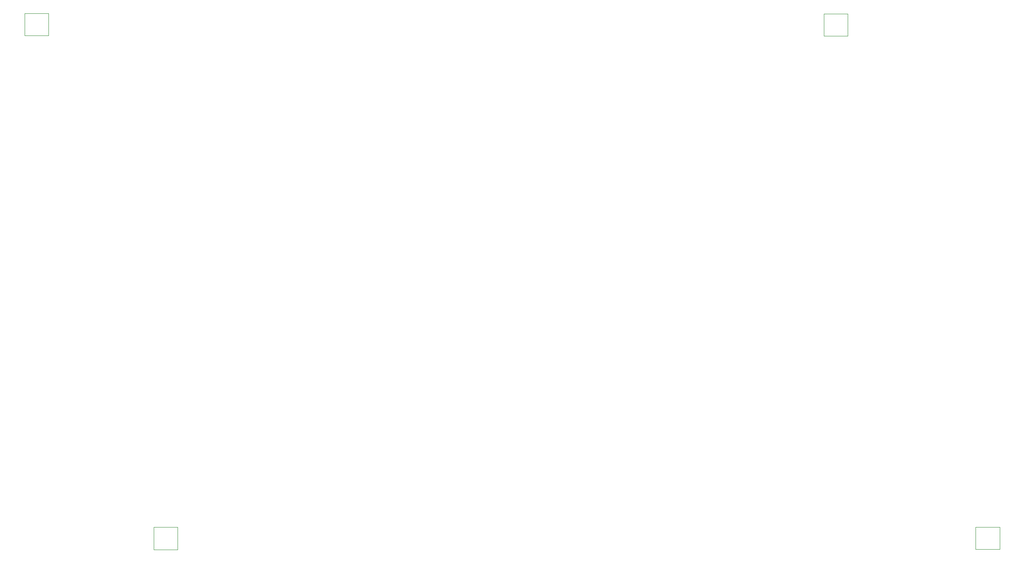
<source format=gbr>
G04 #@! TF.GenerationSoftware,KiCad,Pcbnew,7.0.1*
G04 #@! TF.CreationDate,2024-09-21T20:16:09-05:00*
G04 #@! TF.ProjectId,C128DKEYBOARD,43313238-444b-4455-9942-4f4152442e6b,3.3*
G04 #@! TF.SameCoordinates,Original*
G04 #@! TF.FileFunction,Other,User*
%FSLAX46Y46*%
G04 Gerber Fmt 4.6, Leading zero omitted, Abs format (unit mm)*
G04 Created by KiCad (PCBNEW 7.0.1) date 2024-09-21 20:16:09*
%MOMM*%
%LPD*%
G01*
G04 APERTURE LIST*
%ADD10C,0.050000*%
G04 APERTURE END LIST*
D10*
X88171800Y-240396200D02*
X88171800Y-244896200D01*
X88171800Y-244896200D02*
X93021800Y-244896200D01*
X93021800Y-240396200D02*
X88171800Y-240396200D01*
X93021800Y-244896200D02*
X93021800Y-240396200D01*
X61964000Y-136205400D02*
X61964000Y-140705400D01*
X61964000Y-140705400D02*
X66814000Y-140705400D01*
X66814000Y-136205400D02*
X61964000Y-136205400D01*
X66814000Y-140705400D02*
X66814000Y-136205400D01*
X254724600Y-240320000D02*
X254724600Y-244820000D01*
X254724600Y-244820000D02*
X259574600Y-244820000D01*
X259574600Y-240320000D02*
X254724600Y-240320000D01*
X259574600Y-244820000D02*
X259574600Y-240320000D01*
X223965200Y-136281600D02*
X223965200Y-140781600D01*
X223965200Y-140781600D02*
X228815200Y-140781600D01*
X228815200Y-136281600D02*
X223965200Y-136281600D01*
X228815200Y-140781600D02*
X228815200Y-136281600D01*
M02*

</source>
